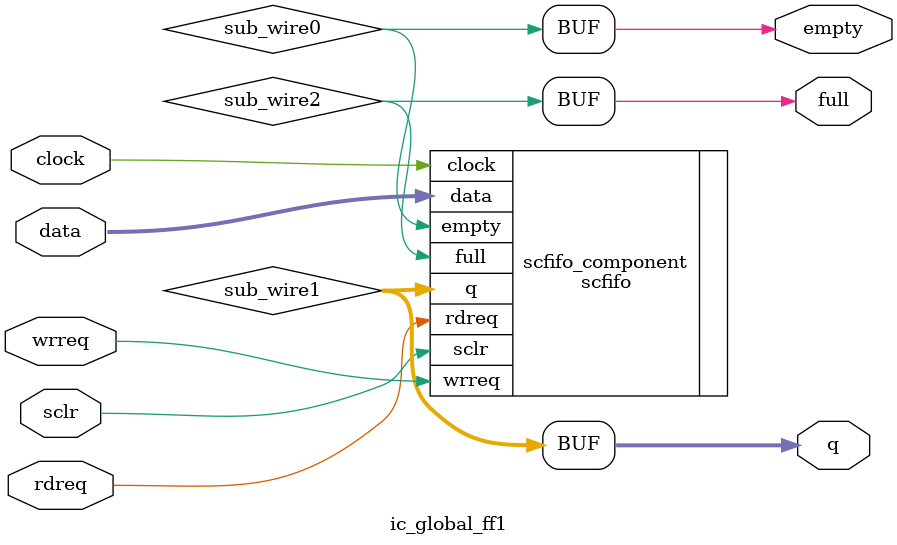
<source format=v>
module ic_global_ff1 (
	clock,
	data,
	rdreq,
	sclr,
	wrreq,
	empty,
	full,
	q);

	input	  clock;
	input	[31:0]  data;
	input	  rdreq;
	input	  sclr;
	input	  wrreq;
	output	  empty;
	output	  full;
	output	[31:0]  q;

	wire  sub_wire0;
	wire [31:0] sub_wire1;
	wire  sub_wire2;
	wire  empty = sub_wire0;
	wire [31:0] q = sub_wire1[31:0];
	wire  full = sub_wire2;

	scfifo	scfifo_component (
				.rdreq (rdreq),
				.sclr (sclr),
				.clock (clock),
				.wrreq (wrreq),
				.data (data),
				.empty (sub_wire0),
				.q (sub_wire1),
				.full (sub_wire2)
				// synopsys translate_off
				,
				.aclr (),
				.almost_empty (),
				.almost_full (),
				.usedw ()
				// synopsys translate_on
				);
	defparam
		scfifo_component.add_ram_output_register = "OFF",
		scfifo_component.intended_device_family = "Stratix III",
		scfifo_component.lpm_numwords = 16,
		scfifo_component.lpm_showahead = "OFF",
		scfifo_component.lpm_type = "scfifo",
		scfifo_component.lpm_width = 32,
		scfifo_component.lpm_widthu = 4,
		scfifo_component.overflow_checking = "ON",
		scfifo_component.underflow_checking = "ON",
		scfifo_component.use_eab = "ON";
endmodule
</source>
